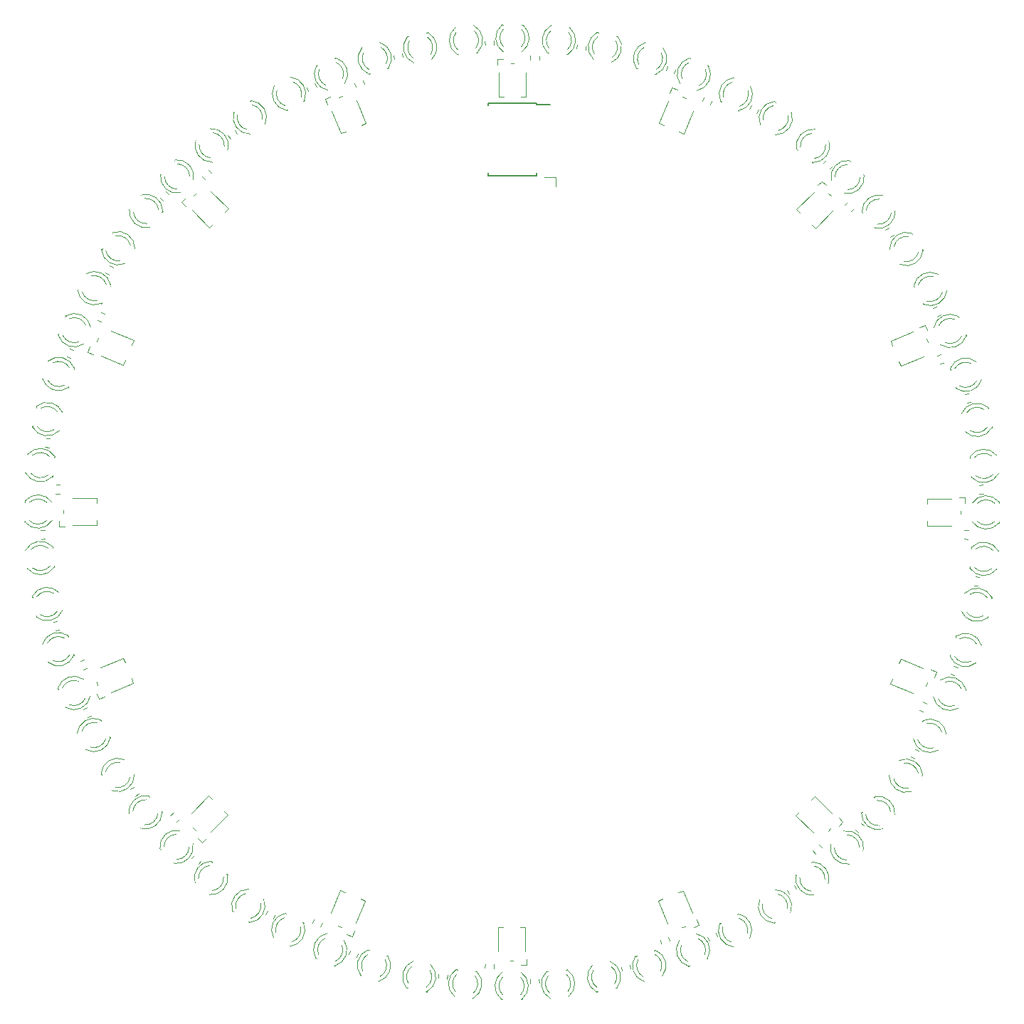
<source format=gbr>
%TF.GenerationSoftware,KiCad,Pcbnew,7.0.9*%
%TF.CreationDate,2024-06-22T14:18:39+09:00*%
%TF.ProjectId,Center_Line,43656e74-6572-45f4-9c69-6e652e6b6963,rev?*%
%TF.SameCoordinates,PX914aa10PY60e6338*%
%TF.FileFunction,Legend,Bot*%
%TF.FilePolarity,Positive*%
%FSLAX46Y46*%
G04 Gerber Fmt 4.6, Leading zero omitted, Abs format (unit mm)*
G04 Created by KiCad (PCBNEW 7.0.9) date 2024-06-22 14:18:39*
%MOMM*%
%LPD*%
G01*
G04 APERTURE LIST*
%ADD10C,0.120000*%
%ADD11C,0.150000*%
G04 APERTURE END LIST*
D10*
%TO.C,D20*%
X-33987694Y-43036465D02*
X-33867104Y-43135430D01*
X-35777986Y-41567210D02*
X-35657396Y-41666175D01*
X-36039341Y-45534209D02*
G75*
G03*
X-33867479Y-43135123I227143J1976993D01*
G01*
X-35637959Y-45047060D02*
G75*
G03*
X-34316970Y-43437687I-174239J1489844D01*
G01*
X-35986671Y-42067398D02*
G75*
G03*
X-37307409Y-43676979I174473J-1489818D01*
G01*
X-35777612Y-41567517D02*
G75*
G03*
X-37706891Y-44165687I-34586J-1989699D01*
G01*
%TO.C,RV16*%
X-22248121Y49140836D02*
X-21601405Y49408714D01*
X-20578572Y49291189D02*
X-20209020Y49444263D01*
X-21980243Y48494120D02*
X-22248121Y49140836D01*
X-18494637Y48963752D02*
X-17384855Y46284501D01*
X-21451052Y47739165D02*
X-20341270Y45059914D01*
X-17384855Y46284501D02*
X-17939183Y46054891D01*
X-20341270Y45059914D02*
X-19786942Y45289524D01*
%TO.C,D23*%
X-52169513Y-16900962D02*
X-52124228Y-17050245D01*
X-52841812Y-14684688D02*
X-52796528Y-14833971D01*
X-55263069Y-17837926D02*
G75*
G03*
X-52124370Y-17049782I1287222J1517615D01*
G01*
X-54658686Y-17655874D02*
G75*
G03*
X-52666203Y-17051631I682839J1335563D01*
G01*
X-53293217Y-14984640D02*
G75*
G03*
X-55285606Y-15589195I-682630J-1335671D01*
G01*
X-52841673Y-14685152D02*
G75*
G03*
X-55889274Y-15773600I-1134174J-1635159D01*
G01*
%TO.C,R8*%
X56083984Y2181236D02*
X55610040Y2157953D01*
X56032708Y3224977D02*
X55558764Y3201694D01*
%TO.C,Q14*%
X31260180Y-48819553D02*
X31130471Y-48906222D01*
X33185864Y-47532852D02*
X33056155Y-47619521D01*
X29465550Y-46131192D02*
G75*
G03*
X31130873Y-48905953I1825928J-791253D01*
G01*
X29815206Y-46656702D02*
G75*
G03*
X30971818Y-48387987I1476272J-265743D01*
G01*
X32767792Y-47187956D02*
G75*
G03*
X31610909Y-45456852I-1476314J265511D01*
G01*
X33185462Y-47533121D02*
G75*
G03*
X31259208Y-44932707I-1893984J610676D01*
G01*
%TO.C,R33*%
X2172190Y53829198D02*
X2195473Y54303142D01*
X3215931Y53777922D02*
X3239214Y54251866D01*
%TO.C,RV13*%
X-53914200Y-1749200D02*
X-53914200Y-1049200D01*
X-53414200Y-149200D02*
X-53414200Y250800D01*
X-53214200Y-1749200D02*
X-53914200Y-1749200D01*
X-52314200Y1650800D02*
X-49414200Y1650800D01*
X-52314200Y-1549200D02*
X-49414200Y-1549200D01*
X-49414200Y1650800D02*
X-49414200Y1050800D01*
X-49414200Y-1549200D02*
X-49414200Y-949200D01*
%TO.C,D9*%
X54666063Y-4349958D02*
X54681354Y-4194709D01*
X54439055Y-6654805D02*
X54454346Y-6499557D01*
X57882697Y-4668167D02*
G75*
G03*
X54681307Y-4195191I-1770004J-909497D01*
G01*
X57254652Y-4605075D02*
G75*
G03*
X55182603Y-4400832I-1141959J-972589D01*
G01*
X54970886Y-6550431D02*
G75*
G03*
X57042966Y-6754349I1141807J972767D01*
G01*
X54439104Y-6654323D02*
G75*
G03*
X57671253Y-6814995I1673589J1076659D01*
G01*
%TO.C,D10*%
X52767036Y-14931194D02*
X52812320Y-14781911D01*
X52094736Y-17147468D02*
X52140021Y-16998185D01*
X55859783Y-15870823D02*
G75*
G03*
X52812180Y-14782374I-1913428J-546711D01*
G01*
X55256114Y-15686418D02*
G75*
G03*
X53263725Y-15081863I-1309759J-731116D01*
G01*
X52636711Y-17148854D02*
G75*
G03*
X54629194Y-17753097I1309644J731320D01*
G01*
X52094878Y-17147005D02*
G75*
G03*
X55233577Y-17935149I1851477J729471D01*
G01*
%TO.C,J1*%
X5205400Y38747000D02*
X5205400Y39857000D01*
X5205400Y39857000D02*
X3875400Y39857000D01*
%TO.C,D31*%
X-16900962Y52169512D02*
X-17050245Y52124227D01*
X-14684688Y52841811D02*
X-14833971Y52796527D01*
X-17837926Y55263068D02*
G75*
G03*
X-17049782Y52124369I1517615J-1287222D01*
G01*
X-17655874Y54658685D02*
G75*
G03*
X-17051631Y52666202I1335563J-682839D01*
G01*
X-14984640Y53293216D02*
G75*
G03*
X-15589195Y55285605I-1335671J682630D01*
G01*
X-14685152Y52841672D02*
G75*
G03*
X-15773600Y55889273I-1635159J1134174D01*
G01*
%TO.C,R20*%
X-38114998Y-41199730D02*
X-37796332Y-40848137D01*
X-37340704Y-41901509D02*
X-37022038Y-41549916D01*
%TO.C,RV11*%
X-36886225Y-39359968D02*
X-37381200Y-38864993D01*
X-37664043Y-37875044D02*
X-37946886Y-37592201D01*
X-36391251Y-38864993D02*
X-36886225Y-39359968D01*
X-38159018Y-35824434D02*
X-36108408Y-33773824D01*
X-35896276Y-38087176D02*
X-33845666Y-36036566D01*
X-36108408Y-33773824D02*
X-35684144Y-34198088D01*
X-33845666Y-36036566D02*
X-34269930Y-35612302D01*
%TO.C,Q12*%
X47563074Y-33140633D02*
X47476405Y-33270342D01*
X48849775Y-31214949D02*
X48763106Y-31344658D01*
X44876261Y-31343686D02*
G75*
G03*
X47476674Y-33269939I1989737J-32270D01*
G01*
X45400406Y-31695387D02*
G75*
G03*
X47131509Y-32852269I1465592J319431D01*
G01*
X48331541Y-31056296D02*
G75*
G03*
X46600255Y-29899683I-1465543J-319660D01*
G01*
X48849507Y-31215351D02*
G75*
G03*
X46074744Y-29550027I-1983509J-160605D01*
G01*
%TO.C,Q18*%
X-12416351Y-56624922D02*
X-12569354Y-56594488D01*
X-10144853Y-57076751D02*
X-10297855Y-57046317D01*
X-11784389Y-53454967D02*
G75*
G03*
X-12568879Y-56594583I731627J-1850628D01*
G01*
X-11908735Y-54073805D02*
G75*
G03*
X-12315091Y-56115855I855973J-1231790D01*
G01*
X-10196596Y-56537251D02*
G75*
G03*
X-9790561Y-54495135I-856166J1231656D01*
G01*
X-10145327Y-57076657D02*
G75*
G03*
X-9668623Y-53875819I-907435J1771062D01*
G01*
%TO.C,Q19*%
X-23224749Y-53114580D02*
X-23368874Y-53054881D01*
X-21085044Y-54000875D02*
X-21229169Y-53941176D01*
X-21986502Y-50128824D02*
G75*
G03*
X-23368427Y-53055067I356529J-1957802D01*
G01*
X-22229189Y-50711512D02*
G75*
G03*
X-23026121Y-52635050I599216J-1375114D01*
G01*
X-21030542Y-53461646D02*
G75*
G03*
X-20233911Y-51537983I-599431J1375020D01*
G01*
X-21085491Y-54000690D02*
G75*
G03*
X-19993494Y-50954355I-544482J1914064D01*
G01*
%TO.C,Q30*%
X-31165528Y48853342D02*
X-31035819Y48940011D01*
X-33091212Y47566641D02*
X-32961503Y47653310D01*
X-29370898Y46164981D02*
G75*
G03*
X-31036221Y48939742I-1825928J791253D01*
G01*
X-29720554Y46690491D02*
G75*
G03*
X-30877166Y48421776I-1476272J265743D01*
G01*
X-32673140Y47221745D02*
G75*
G03*
X-31516257Y45490641I1476314J-265511D01*
G01*
X-33090810Y47566910D02*
G75*
G03*
X-31164556Y44966496I1893984J-610676D01*
G01*
%TO.C,Q13*%
X40183747Y-41782940D02*
X40073438Y-41893249D01*
X41821406Y-40145281D02*
X41711097Y-40255590D01*
X37899124Y-39496350D02*
G75*
G03*
X40073780Y-41892906I1945211J-419828D01*
G01*
X38344585Y-39943548D02*
G75*
G03*
X39816731Y-41415924I1499750J27370D01*
G01*
X41344080Y-39888574D02*
G75*
G03*
X39871705Y-38416429I-1499745J-27604D01*
G01*
X41821062Y-40145623D02*
G75*
G03*
X39424507Y-37970968I-1976727J229445D01*
G01*
%TO.C,D3*%
X24938633Y48840199D02*
X24801053Y48913737D01*
X26981163Y47748444D02*
X26843583Y47821982D01*
X26463573Y51690208D02*
G75*
G03*
X24801480Y48913509I162914J-1983320D01*
G01*
X26164941Y51134114D02*
G75*
G03*
X25183306Y49297951I461546J-1427226D01*
G01*
X27088256Y48279735D02*
G75*
G03*
X28069603Y50116051I-461769J1427153D01*
G01*
X26980736Y47748674D02*
G75*
G03*
X28366066Y50673304I-354249J1958214D01*
G01*
%TO.C,R18*%
X-19447212Y-52649566D02*
X-19287352Y-52202788D01*
X-18463298Y-53001616D02*
X-18303438Y-52554838D01*
%TO.C,RV7*%
X39359968Y-36886225D02*
X38864993Y-37381200D01*
X37875044Y-37664043D02*
X37592201Y-37946886D01*
X38864993Y-36391251D02*
X39359968Y-36886225D01*
X35824434Y-38159018D02*
X33773824Y-36108408D01*
X38087176Y-35896276D02*
X36036566Y-33845666D01*
X33773824Y-36108408D02*
X34198088Y-35684144D01*
X36036566Y-33845666D02*
X35612302Y-34269930D01*
%TO.C,R19*%
X-29344960Y-47843956D02*
X-29101010Y-47436950D01*
X-28448634Y-48381194D02*
X-28204684Y-47974188D01*
%TO.C,Q29*%
X-40183747Y41782940D02*
X-40073438Y41893249D01*
X-41821406Y40145281D02*
X-41711097Y40255590D01*
X-37899124Y39496350D02*
G75*
G03*
X-40073780Y41892906I-1945211J419828D01*
G01*
X-38344585Y39943548D02*
G75*
G03*
X-39816731Y41415924I-1499750J-27370D01*
G01*
X-41344080Y39888574D02*
G75*
G03*
X-39871705Y38416429I1499745J27604D01*
G01*
X-41821062Y40145623D02*
G75*
G03*
X-39424507Y37970968I1976727J-229445D01*
G01*
%TO.C,R25*%
X-55431882Y8802117D02*
X-54962502Y8732491D01*
X-55585216Y7768427D02*
X-55115836Y7698801D01*
%TO.C,Q24*%
X-57066138Y-10198207D02*
X-57096572Y-10045205D01*
X-56614309Y-12469706D02*
X-56644743Y-12316703D01*
X-53895641Y-9568976D02*
G75*
G03*
X-57096477Y-10045679I-1429775J-1384138D01*
G01*
X-54514957Y-9690913D02*
G75*
G03*
X-56557071Y-10096949I-810459J-1262201D01*
G01*
X-56135677Y-12215444D02*
G75*
G03*
X-54093625Y-11809088I810261J1262330D01*
G01*
X-56614404Y-12469231D02*
G75*
G03*
X-53474788Y-11684741I1288988J1516117D01*
G01*
%TO.C,R30*%
X-23477612Y50980120D02*
X-23274731Y50551163D01*
X-24422281Y50533325D02*
X-24219400Y50104368D01*
%TO.C,D27*%
X-48840201Y24938631D02*
X-48913739Y24801051D01*
X-47748446Y26981161D02*
X-47821984Y26843581D01*
X-51690210Y26463571D02*
G75*
G03*
X-48913511Y24801478I1983320J162914D01*
G01*
X-51134116Y26164939D02*
G75*
G03*
X-49297953Y25183304I1427226J461546D01*
G01*
X-48279737Y27088254D02*
G75*
G03*
X-50116053Y28069601I-1427153J-461769D01*
G01*
X-47748676Y26980734D02*
G75*
G03*
X-50673306Y28366064I-1958214J-354249D01*
G01*
%TO.C,D12*%
X43036464Y-33987695D02*
X43135429Y-33867105D01*
X41567209Y-35777987D02*
X41666174Y-35657397D01*
X45534208Y-36039342D02*
G75*
G03*
X43135122Y-33867480I-1976993J227143D01*
G01*
X45047059Y-35637960D02*
G75*
G03*
X43437686Y-34316971I-1489844J-174239D01*
G01*
X42067397Y-35986672D02*
G75*
G03*
X43676978Y-37307410I1489818J174473D01*
G01*
X41567516Y-35777613D02*
G75*
G03*
X44165686Y-37706892I1989699J-34586D01*
G01*
%TO.C,Q1*%
X1130800Y57959200D02*
X1286800Y57959200D01*
X-1185200Y57959200D02*
X-1029200Y57959200D01*
X1129408Y54726866D02*
G75*
G03*
X1286315Y57959199I-1078608J1672334D01*
G01*
X1130636Y55358071D02*
G75*
G03*
X1130799Y57440160I-1079836J1041129D01*
G01*
X-1029199Y57440160D02*
G75*
G03*
X-1029036Y55358071I1079999J-1040960D01*
G01*
X-1184715Y57959199D02*
G75*
G03*
X-1027808Y54726866I1235515J-1559999D01*
G01*
%TO.C,Q8*%
X57066138Y10198207D02*
X57096572Y10045205D01*
X56614309Y12469706D02*
X56644743Y12316703D01*
X53895641Y9568976D02*
G75*
G03*
X57096477Y10045679I1429775J1384138D01*
G01*
X54514957Y9690913D02*
G75*
G03*
X56557071Y10096949I810459J1262201D01*
G01*
X56135677Y12215444D02*
G75*
G03*
X54093625Y11809088I-810261J-1262330D01*
G01*
X56614404Y12469231D02*
G75*
G03*
X53474788Y11684741I-1288988J-1516117D01*
G01*
%TO.C,R10*%
X52649568Y-19447212D02*
X52202790Y-19287352D01*
X53001618Y-18463298D02*
X52554840Y-18303438D01*
%TO.C,R40*%
X18592700Y-50562956D02*
X18752560Y-51009734D01*
X17608786Y-50915006D02*
X17768646Y-51361784D01*
%TO.C,R15*%
X13080765Y-54580807D02*
X12965467Y-54120511D01*
X14094447Y-54326893D02*
X13979149Y-53866597D01*
%TO.C,Q26*%
X-56624922Y12416351D02*
X-56594488Y12569354D01*
X-57076751Y10144853D02*
X-57046317Y10297855D01*
X-53454967Y11784389D02*
G75*
G03*
X-56594583Y12568879I-1850628J-731627D01*
G01*
X-54073805Y11908735D02*
G75*
G03*
X-56115855Y12315091I-1231790J-855973D01*
G01*
X-56537251Y10196596D02*
G75*
G03*
X-54495135Y9790561I1231656J856166D01*
G01*
X-57076657Y10145327D02*
G75*
G03*
X-53875819Y9668623I1771062J907435D01*
G01*
%TO.C,RV6*%
X50479616Y-19016021D02*
X50211738Y-19662736D01*
X49405383Y-20302886D02*
X49252309Y-20672438D01*
X49832900Y-18748142D02*
X50479616Y-19016021D01*
X47700285Y-21544918D02*
X45021034Y-20435136D01*
X48924872Y-18588503D02*
X46245621Y-17478721D01*
X45021034Y-20435136D02*
X45250644Y-19880808D01*
X46245621Y-17478721D02*
X46016011Y-18033049D01*
%TO.C,D16*%
X6398447Y-54464305D02*
X6553695Y-54449014D01*
X4093599Y-54691313D02*
X4248848Y-54676022D01*
X6713885Y-57681213D02*
G75*
G03*
X6553214Y-54449062I-1237331J1558561D01*
G01*
X6653239Y-57052925D02*
G75*
G03*
X6449321Y-54980845I-1176685J930273D01*
G01*
X4299723Y-55192563D02*
G75*
G03*
X4503966Y-57264610I1176831J-930089D01*
G01*
X4094081Y-54691266D02*
G75*
G03*
X4567057Y-57892655I1382473J-1431386D01*
G01*
%TO.C,D13*%
X35578860Y-41730628D02*
X35699450Y-41631663D01*
X33788568Y-43199883D02*
X33909158Y-43100918D01*
X37628354Y-44230140D02*
G75*
G03*
X35699076Y-41631971I-1894692J608471D01*
G01*
X37228872Y-43741432D02*
G75*
G03*
X35908135Y-42131851I-1495210J119763D01*
G01*
X34238432Y-43502140D02*
G75*
G03*
X35559423Y-45111515I1495230J-119529D01*
G01*
X33788943Y-43199576D02*
G75*
G03*
X35960805Y-45598662I1944719J-422093D01*
G01*
%TO.C,Q28*%
X-47563074Y33140633D02*
X-47476405Y33270342D01*
X-48849775Y31214949D02*
X-48763106Y31344658D01*
X-44876261Y31343686D02*
G75*
G03*
X-47476674Y33269939I-1989737J32270D01*
G01*
X-45400406Y31695387D02*
G75*
G03*
X-47131509Y32852269I-1465592J-319431D01*
G01*
X-48331541Y31056296D02*
G75*
G03*
X-46600255Y29899683I1465543J319660D01*
G01*
X-48849507Y31215351D02*
G75*
G03*
X-46074744Y29550027I1983509J160605D01*
G01*
%TO.C,Q5*%
X41782940Y40183747D02*
X41893249Y40073438D01*
X40145281Y41821406D02*
X40255590Y41711097D01*
X39496350Y37899124D02*
G75*
G03*
X41892906Y40073780I419828J1945211D01*
G01*
X39943548Y38344585D02*
G75*
G03*
X41415924Y39816731I-27370J1499750D01*
G01*
X39888574Y41344080D02*
G75*
G03*
X38416429Y39871705I27604J-1499745D01*
G01*
X40145623Y41821062D02*
G75*
G03*
X37970968Y39424507I-229445J-1976727D01*
G01*
%TO.C,R1*%
X8802117Y55431885D02*
X8732491Y54962505D01*
X7768427Y55585219D02*
X7698801Y55115839D01*
%TO.C,D29*%
X-35578861Y41730626D02*
X-35699451Y41631661D01*
X-33788569Y43199881D02*
X-33909159Y43100916D01*
X-37628355Y44230138D02*
G75*
G03*
X-35699077Y41631969I1894692J-608471D01*
G01*
X-37228873Y43741430D02*
G75*
G03*
X-35908136Y42131849I1495210J-119763D01*
G01*
X-34238433Y43502138D02*
G75*
G03*
X-35559424Y45111513I-1495230J119529D01*
G01*
X-33788944Y43199574D02*
G75*
G03*
X-35960806Y45598660I-1944719J422093D01*
G01*
%TO.C,D21*%
X-41730627Y-35578861D02*
X-41631662Y-35699451D01*
X-43199882Y-33788569D02*
X-43100917Y-33909159D01*
X-44230139Y-37628355D02*
G75*
G03*
X-41631970Y-35699077I608471J1894692D01*
G01*
X-43741431Y-37228873D02*
G75*
G03*
X-42131850Y-35908136I119763J1495210D01*
G01*
X-43502139Y-34238433D02*
G75*
G03*
X-45111514Y-35559424I-119529J-1495230D01*
G01*
X-43199575Y-33788944D02*
G75*
G03*
X-45598661Y-35960806I-422093J-1944719D01*
G01*
%TO.C,D6*%
X47869877Y26753980D02*
X47796339Y26891560D01*
X48961632Y24711450D02*
X48888094Y24849030D01*
X50721199Y28276463D02*
G75*
G03*
X47796569Y26891133I-966416J-1739579D01*
G01*
X50163946Y27980000D02*
G75*
G03*
X48327630Y26998653I-409163J-1443116D01*
G01*
X49345846Y25093704D02*
G75*
G03*
X51182008Y26075338I408937J1443180D01*
G01*
X48961404Y24711878D02*
G75*
G03*
X51738102Y26373970I793379J1825006D01*
G01*
%TO.C,RV4*%
X49140837Y22248121D02*
X49408715Y21601405D01*
X49291190Y20578572D02*
X49444264Y20209020D01*
X48494121Y21980243D02*
X49140837Y22248121D01*
X48963753Y18494637D02*
X46284502Y17384855D01*
X47739166Y21451052D02*
X45059915Y20341270D01*
X46284502Y17384855D02*
X46054892Y17939183D01*
X45059915Y20341270D02*
X45289525Y19786942D01*
%TO.C,D28*%
X-43036465Y33987693D02*
X-43135430Y33867103D01*
X-41567210Y35777985D02*
X-41666175Y35657395D01*
X-45534209Y36039340D02*
G75*
G03*
X-43135123Y33867478I1976993J-227143D01*
G01*
X-45047060Y35637958D02*
G75*
G03*
X-43437687Y34316969I1489844J174239D01*
G01*
X-42067398Y35986670D02*
G75*
G03*
X-43676979Y37307408I-1489818J-174473D01*
G01*
X-41567517Y35777611D02*
G75*
G03*
X-44165687Y37706890I-1989699J34586D01*
G01*
%TO.C,D30*%
X-26753982Y47869875D02*
X-26891562Y47796337D01*
X-24711452Y48961630D02*
X-24849032Y48888092D01*
X-28276465Y50721197D02*
G75*
G03*
X-26891135Y47796567I1739579J-966416D01*
G01*
X-27980002Y50163944D02*
G75*
G03*
X-26998655Y48327628I1443116J-409163D01*
G01*
X-25093706Y49345844D02*
G75*
G03*
X-26075340Y51182006I-1443180J408937D01*
G01*
X-24711880Y48961402D02*
G75*
G03*
X-26373972Y51738100I-1825006J793379D01*
G01*
%TO.C,R21*%
X-45420297Y-32972222D02*
X-45039162Y-32689554D01*
X-44797792Y-33811574D02*
X-44416657Y-33528906D01*
%TO.C,Q2*%
X12416351Y56624922D02*
X12569354Y56594488D01*
X10144853Y57076751D02*
X10297855Y57046317D01*
X11784389Y53454967D02*
G75*
G03*
X12568879Y56594583I-731627J1850628D01*
G01*
X11908735Y54073805D02*
G75*
G03*
X12315091Y56115855I-855973J1231790D01*
G01*
X10196596Y56537251D02*
G75*
G03*
X9790561Y54495135I856166J-1231656D01*
G01*
X10145327Y57076657D02*
G75*
G03*
X9668623Y53875819I907435J-1771062D01*
G01*
%TO.C,D1*%
X4349958Y54666062D02*
X4194709Y54681353D01*
X6654805Y54439054D02*
X6499557Y54454345D01*
X4668167Y57882696D02*
G75*
G03*
X4195191Y54681306I909497J-1770004D01*
G01*
X4605075Y57254651D02*
G75*
G03*
X4400832Y55182602I972589J-1141959D01*
G01*
X6550431Y54970885D02*
G75*
G03*
X6754349Y57042965I-972767J1141807D01*
G01*
X6654323Y54439103D02*
G75*
G03*
X6814995Y57671252I-1076659J1673589D01*
G01*
%TO.C,D7*%
X52169514Y16900960D02*
X52124229Y17050243D01*
X52841813Y14684686D02*
X52796529Y14833969D01*
X55263070Y17837924D02*
G75*
G03*
X52124371Y17049780I-1287222J-1517615D01*
G01*
X54658687Y17655872D02*
G75*
G03*
X52666204Y17051629I-682839J-1335563D01*
G01*
X53293218Y14984638D02*
G75*
G03*
X55285607Y15589193I682630J1335671D01*
G01*
X52841674Y14685150D02*
G75*
G03*
X55889275Y15773598I1134174J1635159D01*
G01*
%TO.C,R32*%
X-2181239Y56083983D02*
X-2157956Y55610039D01*
X-3224980Y56032707D02*
X-3201697Y55558763D01*
%TO.C,R17*%
X-8802119Y-55431881D02*
X-8732493Y-54962501D01*
X-7768429Y-55585215D02*
X-7698803Y-55115835D01*
%TO.C,RV5*%
X53914200Y1749200D02*
X53914200Y1049200D01*
X53414200Y149200D02*
X53414200Y-250800D01*
X53214200Y1749200D02*
X53914200Y1749200D01*
X52314200Y-1650800D02*
X49414200Y-1650800D01*
X52314200Y1549200D02*
X49414200Y1549200D01*
X49414200Y-1650800D02*
X49414200Y-1050800D01*
X49414200Y1549200D02*
X49414200Y949200D01*
%TO.C,D17*%
X-4349957Y-54666064D02*
X-4194708Y-54681355D01*
X-6654804Y-54439056D02*
X-6499556Y-54454347D01*
X-4668166Y-57882698D02*
G75*
G03*
X-4195190Y-54681308I-909497J1770004D01*
G01*
X-4605074Y-57254653D02*
G75*
G03*
X-4400831Y-55182604I-972589J1141959D01*
G01*
X-6550430Y-54970887D02*
G75*
G03*
X-6754348Y-57042967I972767J-1141807D01*
G01*
X-6654322Y-54439105D02*
G75*
G03*
X-6814994Y-57671254I1076659J-1673589D01*
G01*
%TO.C,D22*%
X-47869876Y-26753982D02*
X-47796338Y-26891562D01*
X-48961631Y-24711452D02*
X-48888093Y-24849032D01*
X-50721198Y-28276465D02*
G75*
G03*
X-47796568Y-26891135I966416J1739579D01*
G01*
X-50163945Y-27980002D02*
G75*
G03*
X-48327629Y-26998655I409163J1443116D01*
G01*
X-49345845Y-25093706D02*
G75*
G03*
X-51182007Y-26075340I-408937J-1443180D01*
G01*
X-48961403Y-24711880D02*
G75*
G03*
X-51738101Y-26373972I-793379J-1825006D01*
G01*
%TO.C,R9*%
X55431883Y-8802119D02*
X54962503Y-8732493D01*
X55585217Y-7768429D02*
X55115837Y-7698803D01*
%TO.C,D5*%
X41730628Y35578859D02*
X41631663Y35699449D01*
X43199883Y33788567D02*
X43100918Y33909157D01*
X44230140Y37628353D02*
G75*
G03*
X41631971Y35699075I-608471J-1894692D01*
G01*
X43741432Y37228871D02*
G75*
G03*
X42131851Y35908134I-119763J-1495210D01*
G01*
X43502140Y34238431D02*
G75*
G03*
X45111515Y35559422I119529J1495230D01*
G01*
X43199576Y33788942D02*
G75*
G03*
X45598662Y35960804I422093J1944719D01*
G01*
%TO.C,Q20*%
X-33140633Y-47563074D02*
X-33270342Y-47476405D01*
X-31214949Y-48849775D02*
X-31344658Y-48763106D01*
X-31343686Y-44876261D02*
G75*
G03*
X-33269939Y-47476674I-32270J-1989737D01*
G01*
X-31695387Y-45400406D02*
G75*
G03*
X-32852269Y-47131509I319431J-1465592D01*
G01*
X-31056296Y-48331541D02*
G75*
G03*
X-29899683Y-46600255I-319660J1465543D01*
G01*
X-31215351Y-48849507D02*
G75*
G03*
X-29550027Y-46074744I-160605J1983509D01*
G01*
%TO.C,D14*%
X26753981Y-47869877D02*
X26891561Y-47796339D01*
X24711451Y-48961632D02*
X24849031Y-48888094D01*
X28276464Y-50721199D02*
G75*
G03*
X26891134Y-47796569I-1739579J966416D01*
G01*
X27980001Y-50163946D02*
G75*
G03*
X26998654Y-48327630I-1443116J409163D01*
G01*
X25093705Y-49345846D02*
G75*
G03*
X26075339Y-51182008I1443180J-408937D01*
G01*
X24711879Y-48961404D02*
G75*
G03*
X26373971Y-51738102I1825006J-793379D01*
G01*
%TO.C,R6*%
X50980122Y23477611D02*
X50551165Y23274730D01*
X50533327Y24422280D02*
X50104370Y24219399D01*
%TO.C,Q4*%
X33140633Y47563074D02*
X33270342Y47476405D01*
X31214949Y48849775D02*
X31344658Y48763106D01*
X31343686Y44876261D02*
G75*
G03*
X33269939Y47476674I32270J1989737D01*
G01*
X31695387Y45400406D02*
G75*
G03*
X32852269Y47131509I-319431J1465592D01*
G01*
X31056296Y48331541D02*
G75*
G03*
X29899683Y46600255I319660J-1465543D01*
G01*
X31215351Y48849507D02*
G75*
G03*
X29550027Y46074744I160605J-1983509D01*
G01*
%TO.C,Q7*%
X53980057Y21135302D02*
X54039756Y20991177D01*
X53093762Y23275007D02*
X53153461Y23130882D01*
X50993236Y19899627D02*
G75*
G03*
X54039571Y20991624I1132271J1636479D01*
G01*
X51576864Y20140043D02*
G75*
G03*
X53500528Y20936675I548643J1396063D01*
G01*
X52673931Y22932254D02*
G75*
G03*
X50750393Y22135322I-548424J-1396148D01*
G01*
X53093947Y23274559D02*
G75*
G03*
X50167706Y21892635I-968440J-1738453D01*
G01*
%TO.C,R14*%
X23477609Y-50980121D02*
X23274728Y-50551164D01*
X24422278Y-50533326D02*
X24219397Y-50104369D01*
%TO.C,Q22*%
X-48819553Y-31260180D02*
X-48906222Y-31130471D01*
X-47532852Y-33185864D02*
X-47619521Y-33056155D01*
X-46131192Y-29465550D02*
G75*
G03*
X-48905953Y-31130873I-791253J-1825928D01*
G01*
X-46656702Y-29815206D02*
G75*
G03*
X-48387987Y-30971818I-265743J-1476272D01*
G01*
X-47187956Y-32767792D02*
G75*
G03*
X-45456852Y-31610909I265511J1476314D01*
G01*
X-47533121Y-33185462D02*
G75*
G03*
X-44932707Y-31259208I610676J1893984D01*
G01*
%TO.C,D15*%
X16900961Y-52169514D02*
X17050244Y-52124229D01*
X14684687Y-52841813D02*
X14833970Y-52796529D01*
X17837925Y-55263070D02*
G75*
G03*
X17049781Y-52124371I-1517615J1287222D01*
G01*
X17655873Y-54658687D02*
G75*
G03*
X17051630Y-52666204I-1335563J682839D01*
G01*
X14984639Y-53293218D02*
G75*
G03*
X15589194Y-55285607I1335671J-682630D01*
G01*
X14685151Y-52841674D02*
G75*
G03*
X15773599Y-55889275I1635159J-1134174D01*
G01*
%TO.C,D11*%
X48840200Y-24938633D02*
X48913738Y-24801053D01*
X47748445Y-26981163D02*
X47821983Y-26843583D01*
X51690209Y-26463573D02*
G75*
G03*
X48913510Y-24801480I-1983320J-162914D01*
G01*
X51134115Y-26164941D02*
G75*
G03*
X49297952Y-25183306I-1427226J-461546D01*
G01*
X48279736Y-27088256D02*
G75*
G03*
X50116052Y-28069603I1427153J461769D01*
G01*
X47748675Y-26980736D02*
G75*
G03*
X50673305Y-28366066I1958214J354249D01*
G01*
%TO.C,R7*%
X54580808Y13080767D02*
X54120512Y12965469D01*
X54326894Y14094449D02*
X53866598Y13979151D01*
%TO.C,R11*%
X47843958Y-29344960D02*
X47436952Y-29101010D01*
X48381196Y-28448634D02*
X47974190Y-28204684D01*
%TO.C,Q16*%
X10198207Y-57066138D02*
X10045205Y-57096572D01*
X12469706Y-56614309D02*
X12316703Y-56644743D01*
X9568976Y-53895641D02*
G75*
G03*
X10045679Y-57096477I1384138J-1429775D01*
G01*
X9690913Y-54514957D02*
G75*
G03*
X10096949Y-56557071I1262201J-810459D01*
G01*
X12215444Y-56135677D02*
G75*
G03*
X11809088Y-54093625I-1262330J810261D01*
G01*
X12469231Y-56614404D02*
G75*
G03*
X11684741Y-53474788I-1516117J1288988D01*
G01*
%TO.C,R5*%
X45420298Y32972224D02*
X45039163Y32689556D01*
X44797793Y33811576D02*
X44416658Y33528908D01*
%TO.C,Q17*%
X-1130800Y-57959200D02*
X-1286800Y-57959200D01*
X1185200Y-57959200D02*
X1029200Y-57959200D01*
X-1129408Y-54726866D02*
G75*
G03*
X-1286315Y-57959199I1078608J-1672334D01*
G01*
X-1130636Y-55358071D02*
G75*
G03*
X-1130799Y-57440160I1079836J-1041129D01*
G01*
X1029199Y-57440160D02*
G75*
G03*
X1029036Y-55358071I-1079999J1040960D01*
G01*
X1184715Y-57959199D02*
G75*
G03*
X1027808Y-54726866I-1235515J1559999D01*
G01*
%TO.C,R12*%
X41199731Y-38114999D02*
X40848138Y-37796333D01*
X41901510Y-37340705D02*
X41549917Y-37022039D01*
%TO.C,Q23*%
X-53980057Y-21135302D02*
X-54039756Y-20991177D01*
X-53093762Y-23275007D02*
X-53153461Y-23130882D01*
X-50993236Y-19899627D02*
G75*
G03*
X-54039571Y-20991624I-1132271J-1636479D01*
G01*
X-51576864Y-20140043D02*
G75*
G03*
X-53500528Y-20936675I-548643J-1396063D01*
G01*
X-52673931Y-22932254D02*
G75*
G03*
X-50750393Y-22135322I548424J1396148D01*
G01*
X-53093947Y-23274559D02*
G75*
G03*
X-50167706Y-21892635I968440J1738453D01*
G01*
%TO.C,Q11*%
X53114580Y-23224749D02*
X53054881Y-23368874D01*
X54000875Y-21085044D02*
X53941176Y-21229169D01*
X50128824Y-21986502D02*
G75*
G03*
X53055067Y-23368427I1957802J356529D01*
G01*
X50711512Y-22229189D02*
G75*
G03*
X52635050Y-23026121I1375114J599216D01*
G01*
X53461646Y-21030542D02*
G75*
G03*
X51537983Y-20233911I-1375020J-599431D01*
G01*
X54000690Y-21085491D02*
G75*
G03*
X50954355Y-19993494I-1914064J-544482D01*
G01*
%TO.C,R31*%
X-13080769Y54580807D02*
X-12965471Y54120511D01*
X-14094451Y54326893D02*
X-13979153Y53866597D01*
%TO.C,RV1*%
X-1749200Y53914200D02*
X-1049200Y53914200D01*
X-149200Y53414200D02*
X250800Y53414200D01*
X-1749200Y53214200D02*
X-1749200Y53914200D01*
X1650800Y52314200D02*
X1650800Y49414200D01*
X-1549200Y52314200D02*
X-1549200Y49414200D01*
X1650800Y49414200D02*
X1050800Y49414200D01*
X-1549200Y49414200D02*
X-949200Y49414200D01*
%TO.C,R48*%
X-18592701Y50562955D02*
X-18752561Y51009733D01*
X-17608787Y50915005D02*
X-17768647Y51361783D01*
%TO.C,Q3*%
X23224749Y53114580D02*
X23368874Y53054881D01*
X21085044Y54000875D02*
X21229169Y53941176D01*
X21986502Y50128824D02*
G75*
G03*
X23368427Y53055067I-356529J1957802D01*
G01*
X22229189Y50711512D02*
G75*
G03*
X23026121Y52635050I-599216J1375114D01*
G01*
X21030542Y53461646D02*
G75*
G03*
X20233911Y51537983I599431J-1375020D01*
G01*
X21085491Y54000690D02*
G75*
G03*
X19993494Y50954355I544482J-1914064D01*
G01*
%TO.C,R3*%
X29344960Y47843960D02*
X29101010Y47436954D01*
X28448634Y48381198D02*
X28204684Y47974192D01*
%TO.C,R34*%
X22606384Y48900433D02*
X22809265Y49329390D01*
X23551053Y48453638D02*
X23753934Y48882595D01*
%TO.C,RV3*%
X36886225Y39359968D02*
X37381200Y38864993D01*
X37664043Y37875044D02*
X37946886Y37592201D01*
X36391251Y38864993D02*
X36886225Y39359968D01*
X38159018Y35824434D02*
X36108408Y33773824D01*
X35896276Y38087176D02*
X33845666Y36036566D01*
X36108408Y33773824D02*
X35684144Y34198088D01*
X33845666Y36036566D02*
X34269930Y35612302D01*
%TO.C,R23*%
X-54580806Y-13080767D02*
X-54120510Y-12965469D01*
X-54326892Y-14094449D02*
X-53866596Y-13979151D01*
%TO.C,Q31*%
X-21135302Y53980057D02*
X-20991177Y54039756D01*
X-23275007Y53093762D02*
X-23130882Y53153461D01*
X-19899627Y50993236D02*
G75*
G03*
X-20991624Y54039571I-1636479J1132271D01*
G01*
X-20140043Y51576864D02*
G75*
G03*
X-20936675Y53500528I-1396063J548643D01*
G01*
X-22932254Y52673931D02*
G75*
G03*
X-22135322Y50750393I1396148J-548424D01*
G01*
X-23274559Y53093947D02*
G75*
G03*
X-21892635Y50167706I1738453J-968440D01*
G01*
%TO.C,R16*%
X2181235Y-56083982D02*
X2157952Y-55610038D01*
X3224976Y-56032706D02*
X3201693Y-55558762D01*
%TO.C,Q21*%
X-41782940Y-40183747D02*
X-41893249Y-40073438D01*
X-40145281Y-41821406D02*
X-40255590Y-41711097D01*
X-39496350Y-37899124D02*
G75*
G03*
X-41892906Y-40073780I-419828J-1945211D01*
G01*
X-39943548Y-38344585D02*
G75*
G03*
X-41415924Y-39816731I27370J-1499750D01*
G01*
X-39888574Y-41344080D02*
G75*
G03*
X-38416429Y-39871705I-27604J1499745D01*
G01*
X-40145623Y-41821062D02*
G75*
G03*
X-37970968Y-39424507I229445J1976727D01*
G01*
%TO.C,RV8*%
X22248121Y-49140837D02*
X21601405Y-49408715D01*
X20578572Y-49291190D02*
X20209020Y-49444264D01*
X21980243Y-48494121D02*
X22248121Y-49140837D01*
X18494637Y-48963753D02*
X17384855Y-46284502D01*
X21451052Y-47739166D02*
X20341270Y-45059915D01*
X17384855Y-46284502D02*
X17939183Y-46054892D01*
X20341270Y-45059915D02*
X19786942Y-45289525D01*
%TO.C,R38*%
X48900433Y-22606385D02*
X49329390Y-22809266D01*
X48453638Y-23551054D02*
X48882595Y-23753935D01*
%TO.C,D18*%
X-14931193Y-52767037D02*
X-14781910Y-52812321D01*
X-17147467Y-52094737D02*
X-16998184Y-52140022D01*
X-15870822Y-55859784D02*
G75*
G03*
X-14782373Y-52812181I-546711J1913428D01*
G01*
X-15686417Y-55256115D02*
G75*
G03*
X-15081862Y-53263726I-731116J1309759D01*
G01*
X-17148853Y-52636712D02*
G75*
G03*
X-17753096Y-54629195I731320J-1309644D01*
G01*
X-17147004Y-52094879D02*
G75*
G03*
X-17935148Y-55233578I729471J-1851477D01*
G01*
%TO.C,R13*%
X32972222Y-45420298D02*
X32689554Y-45039163D01*
X33811574Y-44797793D02*
X33528906Y-44416658D01*
%TO.C,RV2*%
X19016021Y50479616D02*
X19662736Y50211738D01*
X20302886Y49405383D02*
X20672438Y49252309D01*
X18748142Y49832900D02*
X19016021Y50479616D01*
X21544918Y47700285D02*
X20435136Y45021034D01*
X18588503Y48924872D02*
X17478721Y46245621D01*
X20435136Y45021034D02*
X19880808Y45250644D01*
X17478721Y46245621D02*
X18033049Y46016011D01*
%TO.C,D32*%
X-6398448Y54464304D02*
X-6553696Y54449013D01*
X-4093600Y54691312D02*
X-4248849Y54676021D01*
X-6713886Y57681212D02*
G75*
G03*
X-6553215Y54449061I1237331J-1558561D01*
G01*
X-6653240Y57052924D02*
G75*
G03*
X-6449322Y54980844I1176685J-930273D01*
G01*
X-4299724Y55192562D02*
G75*
G03*
X-4503967Y57264609I-1176831J930089D01*
G01*
X-4094082Y54691265D02*
G75*
G03*
X-4567058Y57892654I-1382473J1431386D01*
G01*
%TO.C,R35*%
X39598961Y36527020D02*
X39950554Y36845686D01*
X40300740Y35752726D02*
X40652333Y36071392D01*
%TO.C,R44*%
X-50562956Y-18592701D02*
X-51009734Y-18752561D01*
X-50915006Y-17608787D02*
X-51361784Y-17768647D01*
%TO.C,R45*%
X-53829199Y2172190D02*
X-54303143Y2195473D01*
X-53777923Y3215931D02*
X-54251867Y3239214D01*
%TO.C,R4*%
X38114999Y41199733D02*
X37796333Y40848140D01*
X37340705Y41901512D02*
X37022039Y41549919D01*
%TO.C,R42*%
X-22606385Y-48900434D02*
X-22809266Y-49329391D01*
X-23551054Y-48453639D02*
X-23753935Y-48882596D01*
%TO.C,D26*%
X-52767036Y14931192D02*
X-52812320Y14781909D01*
X-52094736Y17147466D02*
X-52140021Y16998183D01*
X-55859783Y15870821D02*
G75*
G03*
X-52812180Y14782372I1913428J546711D01*
G01*
X-55256114Y15686416D02*
G75*
G03*
X-53263725Y15081861I1309759J731116D01*
G01*
X-52636711Y17148852D02*
G75*
G03*
X-54629194Y17753095I-1309644J-731320D01*
G01*
X-52094878Y17147003D02*
G75*
G03*
X-55233577Y17935147I-1851477J-729471D01*
G01*
%TO.C,Q10*%
X56624922Y-12416351D02*
X56594488Y-12569354D01*
X57076751Y-10144853D02*
X57046317Y-10297855D01*
X53454967Y-11784389D02*
G75*
G03*
X56594583Y-12568879I1850628J731627D01*
G01*
X54073805Y-11908735D02*
G75*
G03*
X56115855Y-12315091I1231790J855973D01*
G01*
X56537251Y-10196596D02*
G75*
G03*
X54495135Y-9790561I-1231656J-856166D01*
G01*
X57076657Y-10145327D02*
G75*
G03*
X53875819Y-9668623I-1771062J-907435D01*
G01*
%TO.C,R47*%
X-36527026Y39598963D02*
X-36845688Y39950559D01*
X-35752726Y40300735D02*
X-36071388Y40652331D01*
%TO.C,D4*%
X33987695Y43036463D02*
X33867105Y43135428D01*
X35777987Y41567208D02*
X35657397Y41666173D01*
X36039342Y45534207D02*
G75*
G03*
X33867480Y43135121I-227143J-1976993D01*
G01*
X35637960Y45047058D02*
G75*
G03*
X34316971Y43437685I174239J-1489844D01*
G01*
X35986672Y42067396D02*
G75*
G03*
X37307410Y43676977I-174473J1489818D01*
G01*
X35777613Y41567515D02*
G75*
G03*
X37706892Y44165685I34586J1989699D01*
G01*
%TO.C,R27*%
X-47843958Y29344958D02*
X-47436952Y29101008D01*
X-48381196Y28448632D02*
X-47974190Y28204682D01*
%TO.C,Q6*%
X48819553Y31260180D02*
X48906222Y31130471D01*
X47532852Y33185864D02*
X47619521Y33056155D01*
X46131192Y29465550D02*
G75*
G03*
X48905953Y31130873I791253J1825928D01*
G01*
X46656702Y29815206D02*
G75*
G03*
X48387987Y30971818I265743J1476272D01*
G01*
X47187956Y32767792D02*
G75*
G03*
X45456852Y31610909I-265511J-1476314D01*
G01*
X47533121Y33185462D02*
G75*
G03*
X44932707Y31259208I-610676J-1893984D01*
G01*
%TO.C,D2*%
X14931194Y52767035D02*
X14781911Y52812319D01*
X17147468Y52094735D02*
X16998185Y52140020D01*
X15870823Y55859782D02*
G75*
G03*
X14782374Y52812179I546711J-1913428D01*
G01*
X15686418Y55256113D02*
G75*
G03*
X15081863Y53263724I731116J-1309759D01*
G01*
X17148854Y52636710D02*
G75*
G03*
X17753097Y54629193I-731320J1309644D01*
G01*
X17147005Y52094877D02*
G75*
G03*
X17935149Y55233576I-729471J1851477D01*
G01*
%TO.C,R37*%
X53829198Y-2172191D02*
X54303142Y-2195474D01*
X53777922Y-3215932D02*
X54251866Y-3239215D01*
%TO.C,R28*%
X-41199733Y38114997D02*
X-40848140Y37796331D01*
X-41901512Y37340703D02*
X-41549919Y37022037D01*
%TO.C,RV14*%
X-50479616Y19016021D02*
X-50211738Y19662736D01*
X-49405383Y20302886D02*
X-49252309Y20672438D01*
X-49832900Y18748142D02*
X-50479616Y19016021D01*
X-47700285Y21544918D02*
X-45021034Y20435136D01*
X-48924872Y18588503D02*
X-46245621Y17478721D01*
X-45021034Y20435136D02*
X-45250644Y19880808D01*
X-46245621Y17478721D02*
X-46016011Y18033049D01*
%TO.C,D24*%
X-54464304Y-6398448D02*
X-54449013Y-6553696D01*
X-54691312Y-4093600D02*
X-54676021Y-4248849D01*
X-57681212Y-6713886D02*
G75*
G03*
X-54449061Y-6553215I1558561J1237331D01*
G01*
X-57052924Y-6653240D02*
G75*
G03*
X-54980844Y-6449322I930273J1176685D01*
G01*
X-55192562Y-4299724D02*
G75*
G03*
X-57264609Y-4503967I-930089J-1176831D01*
G01*
X-54691265Y-4094082D02*
G75*
G03*
X-57892654Y-4567058I-1431386J-1382473D01*
G01*
%TO.C,RV9*%
X1749200Y-53914200D02*
X1049200Y-53914200D01*
X149200Y-53414200D02*
X-250800Y-53414200D01*
X1749200Y-53214200D02*
X1749200Y-53914200D01*
X-1650800Y-52314200D02*
X-1650800Y-49414200D01*
X1549200Y-52314200D02*
X1549200Y-49414200D01*
X-1650800Y-49414200D02*
X-1050800Y-49414200D01*
X1549200Y-49414200D02*
X949200Y-49414200D01*
%TO.C,Q32*%
X-10173328Y57016325D02*
X-10020326Y57046759D01*
X-12444827Y56564496D02*
X-12291824Y56594930D01*
X-9544097Y53845828D02*
G75*
G03*
X-10020800Y57046664I-1384138J1429775D01*
G01*
X-9666034Y54465144D02*
G75*
G03*
X-10072070Y56507258I-1262201J810459D01*
G01*
X-12190565Y56085864D02*
G75*
G03*
X-11784209Y54043812I1262330J-810261D01*
G01*
X-12444352Y56564591D02*
G75*
G03*
X-11659862Y53424975I1516117J-1288988D01*
G01*
%TO.C,RV12*%
X-49140837Y-22248121D02*
X-49408715Y-21601405D01*
X-49291190Y-20578572D02*
X-49444264Y-20209020D01*
X-48494121Y-21980243D02*
X-49140837Y-22248121D01*
X-48963753Y-18494637D02*
X-46284502Y-17384855D01*
X-47739166Y-21451052D02*
X-45059915Y-20341270D01*
X-46284502Y-17384855D02*
X-46054892Y-17939183D01*
X-45059915Y-20341270D02*
X-45289525Y-19786942D01*
D11*
%TO.C,U1*%
X2907200Y40010600D02*
X2907200Y40310600D01*
X2907200Y40010600D02*
X-2842800Y40010600D01*
X2907200Y48435600D02*
X4507200Y48435600D01*
X2907200Y48660600D02*
X2907200Y48435600D01*
X2907200Y48660600D02*
X-2842800Y48660600D01*
X-2842800Y40010600D02*
X-2842800Y40310600D01*
X-2842800Y48660600D02*
X-2842800Y48360600D01*
D10*
%TO.C,RV15*%
X-39359968Y36886225D02*
X-38864993Y37381200D01*
X-37875044Y37664043D02*
X-37592201Y37946886D01*
X-38864993Y36391251D02*
X-39359968Y36886225D01*
X-35824434Y38159018D02*
X-33773824Y36108408D01*
X-38087176Y35896276D02*
X-36036566Y33845666D01*
X-33773824Y36108408D02*
X-34198088Y35684144D01*
X-36036566Y33845666D02*
X-35612302Y34269930D01*
%TO.C,D8*%
X54464305Y6398446D02*
X54449014Y6553694D01*
X54691313Y4093598D02*
X54676022Y4248847D01*
X57681213Y6713884D02*
G75*
G03*
X54449062Y6553213I-1558561J-1237331D01*
G01*
X57052925Y6653238D02*
G75*
G03*
X54980845Y6449320I-930273J-1176685D01*
G01*
X55192563Y4299722D02*
G75*
G03*
X57264610Y4503965I930089J1176831D01*
G01*
X54691266Y4094080D02*
G75*
G03*
X57892655Y4567056I1431386J1382473D01*
G01*
%TO.C,R43*%
X-39598962Y-36527021D02*
X-39950555Y-36845687D01*
X-40300741Y-35752727D02*
X-40652334Y-36071393D01*
%TO.C,D19*%
X-24938632Y-48840201D02*
X-24801052Y-48913739D01*
X-26981162Y-47748446D02*
X-26843582Y-47821984D01*
X-26463572Y-51690210D02*
G75*
G03*
X-24801479Y-48913511I-162914J1983320D01*
G01*
X-26164940Y-51134116D02*
G75*
G03*
X-25183305Y-49297953I-461546J1427226D01*
G01*
X-27088255Y-48279737D02*
G75*
G03*
X-28069602Y-50116053I461769J-1427153D01*
G01*
X-26980735Y-47748676D02*
G75*
G03*
X-28366065Y-50673306I354249J-1958214D01*
G01*
%TO.C,D25*%
X-54666063Y4349956D02*
X-54681354Y4194707D01*
X-54439055Y6654803D02*
X-54454346Y6499555D01*
X-57882697Y4668165D02*
G75*
G03*
X-54681307Y4195189I1770004J909497D01*
G01*
X-57254652Y4605073D02*
G75*
G03*
X-55182603Y4400830I1141959J972589D01*
G01*
X-54970886Y6550429D02*
G75*
G03*
X-57042966Y6754347I-1141807J-972767D01*
G01*
X-54439104Y6654321D02*
G75*
G03*
X-57671253Y6814993I-1673589J-1076659D01*
G01*
%TO.C,R36*%
X50562955Y18592700D02*
X51009733Y18752560D01*
X50915005Y17608786D02*
X51361783Y17768646D01*
%TO.C,R46*%
X-48900434Y22606384D02*
X-49329391Y22809265D01*
X-48453639Y23551053D02*
X-48882596Y23753934D01*
%TO.C,R2*%
X19447212Y52649570D02*
X19287352Y52202792D01*
X18463298Y53001620D02*
X18303438Y52554842D01*
%TO.C,R29*%
X-32972224Y45420296D02*
X-32689556Y45039161D01*
X-33811576Y44797791D02*
X-33528908Y44416656D01*
%TO.C,Q9*%
X57959200Y-1130800D02*
X57959200Y-1286800D01*
X57959200Y1185200D02*
X57959200Y1029200D01*
X54726866Y-1129408D02*
G75*
G03*
X57959199Y-1286315I1672334J1078608D01*
G01*
X55358071Y-1130636D02*
G75*
G03*
X57440160Y-1130799I1041129J1079836D01*
G01*
X57440160Y1029199D02*
G75*
G03*
X55358071Y1029036I-1040960J-1079999D01*
G01*
X57959199Y1184715D02*
G75*
G03*
X54726866Y1027808I-1559999J-1235515D01*
G01*
%TO.C,R41*%
X-2172191Y-53829199D02*
X-2195474Y-54303143D01*
X-3215932Y-53777923D02*
X-3239215Y-54251867D01*
%TO.C,R22*%
X-50980120Y-23477610D02*
X-50551163Y-23274729D01*
X-50533325Y-24422279D02*
X-50104368Y-24219398D01*
%TO.C,R39*%
X36527020Y-39598962D02*
X36845686Y-39950555D01*
X35752726Y-40300741D02*
X36071392Y-40652334D01*
%TO.C,Q27*%
X-53114580Y23224749D02*
X-53054881Y23368874D01*
X-54000875Y21085044D02*
X-53941176Y21229169D01*
X-50128824Y21986502D02*
G75*
G03*
X-53055067Y23368427I-1957802J-356529D01*
G01*
X-50711512Y22229189D02*
G75*
G03*
X-52635050Y23026121I-1375114J-599216D01*
G01*
X-53461646Y21030542D02*
G75*
G03*
X-51537983Y20233911I1375020J599431D01*
G01*
X-54000690Y21085491D02*
G75*
G03*
X-50954355Y19993494I1914064J544482D01*
G01*
%TO.C,Q15*%
X21135302Y-53980057D02*
X20991177Y-54039756D01*
X23275007Y-53093762D02*
X23130882Y-53153461D01*
X19899627Y-50993236D02*
G75*
G03*
X20991624Y-54039571I1636479J-1132271D01*
G01*
X20140043Y-51576864D02*
G75*
G03*
X20936675Y-53500528I1396063J-548643D01*
G01*
X22932254Y-52673931D02*
G75*
G03*
X22135322Y-50750393I-1396148J548424D01*
G01*
X23274559Y-53093947D02*
G75*
G03*
X21892635Y-50167706I-1738453J968440D01*
G01*
%TO.C,R26*%
X-52649567Y19447210D02*
X-52202789Y19287350D01*
X-53001617Y18463296D02*
X-52554839Y18303436D01*
%TO.C,RV10*%
X-19016021Y-50479616D02*
X-19662736Y-50211738D01*
X-20302886Y-49405383D02*
X-20672438Y-49252309D01*
X-18748142Y-49832900D02*
X-19016021Y-50479616D01*
X-21544918Y-47700285D02*
X-20435136Y-45021034D01*
X-18588503Y-48924872D02*
X-17478721Y-46245621D01*
X-20435136Y-45021034D02*
X-19880808Y-45250644D01*
X-17478721Y-46245621D02*
X-18033049Y-46016011D01*
%TO.C,Q25*%
X-57959200Y1130800D02*
X-57959200Y1286800D01*
X-57959200Y-1185200D02*
X-57959200Y-1029200D01*
X-54726866Y1129408D02*
G75*
G03*
X-57959199Y1286315I-1672334J-1078608D01*
G01*
X-55358071Y1130636D02*
G75*
G03*
X-57440160Y1130799I-1041129J-1079836D01*
G01*
X-57440160Y-1029199D02*
G75*
G03*
X-55358071Y-1029036I1040960J1079999D01*
G01*
X-57959199Y-1184715D02*
G75*
G03*
X-54726866Y-1027808I1559999J1235515D01*
G01*
%TO.C,R24*%
X-56083982Y-2181237D02*
X-55610038Y-2157954D01*
X-56032706Y-3224978D02*
X-55558762Y-3201695D01*
%TD*%
M02*

</source>
